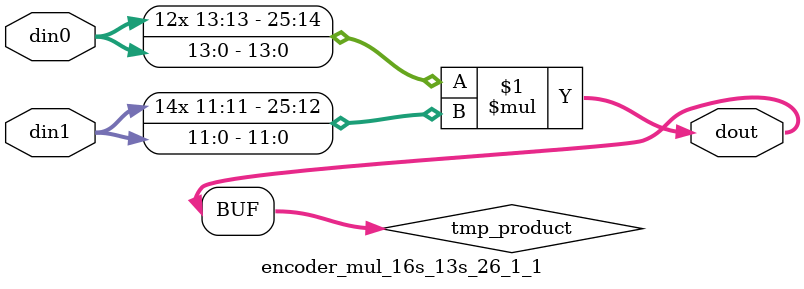
<source format=v>

`timescale 1 ns / 1 ps

 module encoder_mul_16s_13s_26_1_1(din0, din1, dout);
parameter ID = 1;
parameter NUM_STAGE = 0;
parameter din0_WIDTH = 14;
parameter din1_WIDTH = 12;
parameter dout_WIDTH = 26;

input [din0_WIDTH - 1 : 0] din0; 
input [din1_WIDTH - 1 : 0] din1; 
output [dout_WIDTH - 1 : 0] dout;

wire signed [dout_WIDTH - 1 : 0] tmp_product;



























assign tmp_product = $signed(din0) * $signed(din1);








assign dout = tmp_product;





















endmodule

</source>
